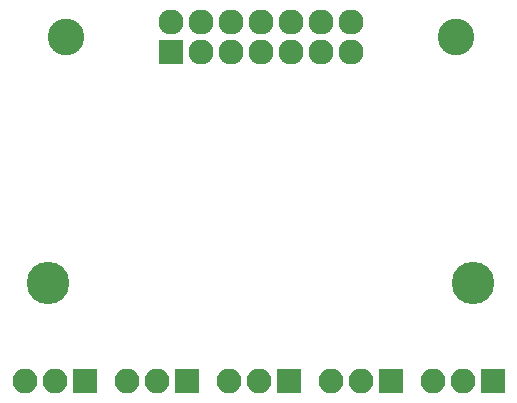
<source format=gbs>
G04 #@! TF.FileFunction,Soldermask,Bot*
%FSLAX46Y46*%
G04 Gerber Fmt 4.6, Leading zero omitted, Abs format (unit mm)*
G04 Created by KiCad (PCBNEW 4.0.7-e2-6376~61~ubuntu18.04.1) date Fri Dec  6 13:26:14 2019*
%MOMM*%
%LPD*%
G01*
G04 APERTURE LIST*
%ADD10C,0.100000*%
%ADD11C,3.600000*%
%ADD12R,2.100000X2.100000*%
%ADD13O,2.100000X2.100000*%
%ADD14R,2.127200X2.127200*%
%ADD15C,2.127200*%
%ADD16C,3.100000*%
G04 APERTURE END LIST*
D10*
D11*
X40000000Y-27000000D03*
X4000000Y-27000000D03*
D12*
X7112000Y-35260000D03*
D13*
X4572000Y-35260000D03*
X2032000Y-35260000D03*
D12*
X15748000Y-35260000D03*
D13*
X13208000Y-35260000D03*
X10668000Y-35260000D03*
D12*
X24384000Y-35260000D03*
D13*
X21844000Y-35260000D03*
X19304000Y-35260000D03*
D12*
X33020000Y-35260000D03*
D13*
X30480000Y-35260000D03*
X27940000Y-35260000D03*
D12*
X41656000Y-35260000D03*
D13*
X39116000Y-35260000D03*
X36576000Y-35260000D03*
D14*
X14380000Y-7366000D03*
D15*
X14380000Y-4826000D03*
X16920000Y-7366000D03*
X16920000Y-4826000D03*
X19460000Y-7366000D03*
X19460000Y-4826000D03*
X22000000Y-7366000D03*
X22000000Y-4826000D03*
X24540000Y-7366000D03*
X24540000Y-4826000D03*
X27080000Y-7366000D03*
X27080000Y-4826000D03*
X29620000Y-7366000D03*
X29620000Y-4826000D03*
D16*
X5490000Y-6096000D03*
X38510000Y-6096000D03*
M02*

</source>
